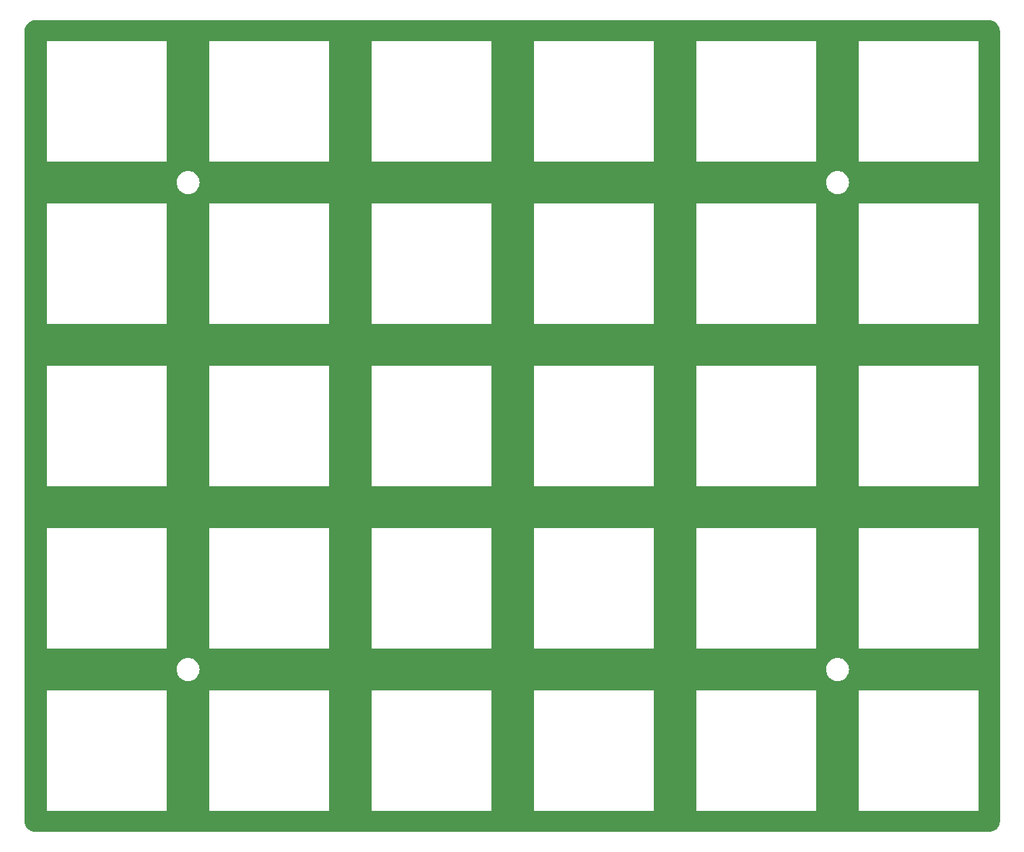
<source format=gbr>
%TF.GenerationSoftware,KiCad,Pcbnew,7.0.5*%
%TF.CreationDate,2024-09-25T00:21:03+08:00*%
%TF.ProjectId,TPS,5450532e-6b69-4636-9164-5f7063625858,rev?*%
%TF.SameCoordinates,Original*%
%TF.FileFunction,Copper,L2,Bot*%
%TF.FilePolarity,Positive*%
%FSLAX46Y46*%
G04 Gerber Fmt 4.6, Leading zero omitted, Abs format (unit mm)*
G04 Created by KiCad (PCBNEW 7.0.5) date 2024-09-25 00:21:03*
%MOMM*%
%LPD*%
G01*
G04 APERTURE LIST*
G04 APERTURE END LIST*
%TA.AperFunction,NonConductor*%
G36*
X201157426Y-29000691D02*
G01*
X201160040Y-29000896D01*
X201212011Y-29004986D01*
X201352579Y-29017285D01*
X201370698Y-29020236D01*
X201450242Y-29039333D01*
X201451699Y-29039702D01*
X201538318Y-29062912D01*
X201561714Y-29069181D01*
X201569400Y-29071790D01*
X201618484Y-29092120D01*
X201654737Y-29107136D01*
X201657156Y-29108201D01*
X201754970Y-29153813D01*
X201761140Y-29157128D01*
X201803965Y-29183371D01*
X201841767Y-29206537D01*
X201844927Y-29208608D01*
X201931606Y-29269302D01*
X201936285Y-29272924D01*
X202008840Y-29334892D01*
X202012389Y-29338173D01*
X202086824Y-29412608D01*
X202090109Y-29416162D01*
X202152070Y-29488708D01*
X202155707Y-29493406D01*
X202216385Y-29580064D01*
X202218461Y-29583231D01*
X202267863Y-29663845D01*
X202271193Y-29670043D01*
X202316780Y-29767804D01*
X202317870Y-29770281D01*
X202353208Y-29855598D01*
X202355817Y-29863284D01*
X202385277Y-29973226D01*
X202385676Y-29974800D01*
X202404760Y-30054290D01*
X202407714Y-30072430D01*
X202420014Y-30213024D01*
X202424309Y-30267572D01*
X202424500Y-30272440D01*
X202424500Y-122977559D01*
X202424309Y-122982427D01*
X202420014Y-123036974D01*
X202407714Y-123177568D01*
X202404760Y-123195708D01*
X202385676Y-123275198D01*
X202385277Y-123276772D01*
X202355817Y-123386714D01*
X202353208Y-123394400D01*
X202317870Y-123479717D01*
X202316780Y-123482194D01*
X202271193Y-123579955D01*
X202267863Y-123586153D01*
X202218461Y-123666767D01*
X202216385Y-123669934D01*
X202155707Y-123756592D01*
X202152062Y-123761300D01*
X202090118Y-123833827D01*
X202086812Y-123837403D01*
X202012403Y-123911812D01*
X202008827Y-123915118D01*
X201936300Y-123977062D01*
X201931592Y-123980707D01*
X201844934Y-124041385D01*
X201841767Y-124043461D01*
X201761153Y-124092863D01*
X201754955Y-124096193D01*
X201657194Y-124141780D01*
X201654717Y-124142870D01*
X201569400Y-124178208D01*
X201561714Y-124180817D01*
X201451772Y-124210277D01*
X201450198Y-124210676D01*
X201370708Y-124229760D01*
X201352568Y-124232714D01*
X201211974Y-124245014D01*
X201157427Y-124249309D01*
X201152559Y-124249500D01*
X89247441Y-124249500D01*
X89242573Y-124249309D01*
X89188024Y-124245014D01*
X89047430Y-124232714D01*
X89029290Y-124229760D01*
X88949800Y-124210676D01*
X88948226Y-124210277D01*
X88838284Y-124180817D01*
X88830598Y-124178208D01*
X88745281Y-124142870D01*
X88742804Y-124141780D01*
X88645043Y-124096193D01*
X88638845Y-124092863D01*
X88558231Y-124043461D01*
X88555064Y-124041385D01*
X88522182Y-124018361D01*
X88468399Y-123980702D01*
X88463708Y-123977070D01*
X88391162Y-123915109D01*
X88387608Y-123911824D01*
X88313173Y-123837389D01*
X88309892Y-123833840D01*
X88247924Y-123761285D01*
X88244302Y-123756606D01*
X88183608Y-123669927D01*
X88181537Y-123666767D01*
X88164182Y-123638448D01*
X88132128Y-123586140D01*
X88128813Y-123579970D01*
X88083201Y-123482156D01*
X88082136Y-123479737D01*
X88067120Y-123443484D01*
X88046790Y-123394400D01*
X88044181Y-123386714D01*
X88037912Y-123363318D01*
X88014702Y-123276699D01*
X88014333Y-123275242D01*
X87995236Y-123195698D01*
X87992285Y-123177579D01*
X87979984Y-123036974D01*
X87975691Y-122982426D01*
X87975500Y-122977560D01*
X87975500Y-121750889D01*
X90599416Y-121750889D01*
X90599459Y-121775001D01*
X90599544Y-121775206D01*
X90599616Y-121775382D01*
X90599618Y-121775384D01*
X90599808Y-121775462D01*
X90600000Y-121775541D01*
X90600002Y-121775539D01*
X90624616Y-121775524D01*
X90624616Y-121775528D01*
X90624760Y-121775500D01*
X104675240Y-121775500D01*
X104675383Y-121775528D01*
X104675384Y-121775524D01*
X104699997Y-121775539D01*
X104700000Y-121775541D01*
X104700383Y-121775383D01*
X104700500Y-121775099D01*
X104700541Y-121775000D01*
X104700540Y-121774997D01*
X104700583Y-121750889D01*
X109649416Y-121750889D01*
X109649459Y-121775001D01*
X109649544Y-121775206D01*
X109649616Y-121775382D01*
X109649618Y-121775384D01*
X109649808Y-121775462D01*
X109650000Y-121775541D01*
X109650002Y-121775539D01*
X109674616Y-121775524D01*
X109674616Y-121775528D01*
X109674760Y-121775500D01*
X123725240Y-121775500D01*
X123725383Y-121775528D01*
X123725384Y-121775524D01*
X123749997Y-121775539D01*
X123750000Y-121775541D01*
X123750383Y-121775383D01*
X123750500Y-121775099D01*
X123750541Y-121775000D01*
X123750540Y-121774997D01*
X123750583Y-121750889D01*
X128699416Y-121750889D01*
X128699459Y-121775001D01*
X128699544Y-121775206D01*
X128699616Y-121775382D01*
X128699618Y-121775384D01*
X128699808Y-121775462D01*
X128700000Y-121775541D01*
X128700002Y-121775539D01*
X128724616Y-121775524D01*
X128724616Y-121775528D01*
X128724760Y-121775500D01*
X142775240Y-121775500D01*
X142775383Y-121775528D01*
X142775384Y-121775524D01*
X142799997Y-121775539D01*
X142800000Y-121775541D01*
X142800383Y-121775383D01*
X142800500Y-121775099D01*
X142800541Y-121775000D01*
X142800540Y-121774997D01*
X142800583Y-121750889D01*
X147749416Y-121750889D01*
X147749459Y-121775001D01*
X147749544Y-121775206D01*
X147749616Y-121775382D01*
X147749618Y-121775384D01*
X147749808Y-121775462D01*
X147750000Y-121775541D01*
X147750002Y-121775539D01*
X147774616Y-121775524D01*
X147774616Y-121775528D01*
X147774760Y-121775500D01*
X161825240Y-121775500D01*
X161825383Y-121775528D01*
X161825384Y-121775524D01*
X161849997Y-121775539D01*
X161850000Y-121775541D01*
X161850383Y-121775383D01*
X161850500Y-121775099D01*
X161850541Y-121775000D01*
X161850540Y-121774997D01*
X161850583Y-121750889D01*
X166799416Y-121750889D01*
X166799459Y-121775001D01*
X166799544Y-121775206D01*
X166799616Y-121775382D01*
X166799618Y-121775384D01*
X166799808Y-121775462D01*
X166800000Y-121775541D01*
X166800002Y-121775539D01*
X166824616Y-121775524D01*
X166824616Y-121775528D01*
X166824760Y-121775500D01*
X180875240Y-121775500D01*
X180875383Y-121775528D01*
X180875384Y-121775524D01*
X180899997Y-121775539D01*
X180900000Y-121775541D01*
X180900383Y-121775383D01*
X180900500Y-121775099D01*
X180900541Y-121775000D01*
X180900540Y-121774997D01*
X180900583Y-121750889D01*
X185849416Y-121750889D01*
X185849459Y-121775001D01*
X185849544Y-121775206D01*
X185849616Y-121775382D01*
X185849618Y-121775384D01*
X185849808Y-121775462D01*
X185850000Y-121775541D01*
X185850002Y-121775539D01*
X185874616Y-121775524D01*
X185874616Y-121775528D01*
X185874760Y-121775500D01*
X199925240Y-121775500D01*
X199925383Y-121775528D01*
X199925384Y-121775524D01*
X199949997Y-121775539D01*
X199950000Y-121775541D01*
X199950383Y-121775383D01*
X199950500Y-121775099D01*
X199950541Y-121775000D01*
X199950540Y-121774997D01*
X199950583Y-121750889D01*
X199950500Y-121750467D01*
X199950500Y-107699759D01*
X199950528Y-107699616D01*
X199950524Y-107699616D01*
X199950539Y-107675002D01*
X199950541Y-107675000D01*
X199950462Y-107674808D01*
X199950384Y-107674618D01*
X199950383Y-107674617D01*
X199950381Y-107674616D01*
X199950090Y-107674496D01*
X199950001Y-107674459D01*
X199925446Y-107674459D01*
X199925240Y-107674500D01*
X185874760Y-107674500D01*
X185874554Y-107674459D01*
X185849998Y-107674459D01*
X185849909Y-107674496D01*
X185849619Y-107674615D01*
X185849615Y-107674618D01*
X185849459Y-107674999D01*
X185849476Y-107699616D01*
X185849471Y-107699616D01*
X185849500Y-107699759D01*
X185849499Y-121750467D01*
X185849416Y-121750889D01*
X180900583Y-121750889D01*
X180900500Y-121750467D01*
X180900500Y-107699759D01*
X180900528Y-107699616D01*
X180900524Y-107699616D01*
X180900539Y-107675002D01*
X180900541Y-107675000D01*
X180900462Y-107674808D01*
X180900384Y-107674618D01*
X180900383Y-107674617D01*
X180900381Y-107674616D01*
X180900090Y-107674496D01*
X180900001Y-107674459D01*
X180875446Y-107674459D01*
X180875240Y-107674500D01*
X166824760Y-107674500D01*
X166824554Y-107674459D01*
X166799998Y-107674459D01*
X166799909Y-107674496D01*
X166799619Y-107674615D01*
X166799615Y-107674618D01*
X166799459Y-107674999D01*
X166799476Y-107699616D01*
X166799471Y-107699616D01*
X166799500Y-107699759D01*
X166799500Y-121750467D01*
X166799416Y-121750889D01*
X161850583Y-121750889D01*
X161850500Y-121750467D01*
X161850500Y-107699759D01*
X161850528Y-107699616D01*
X161850524Y-107699616D01*
X161850539Y-107675002D01*
X161850541Y-107675000D01*
X161850462Y-107674808D01*
X161850384Y-107674618D01*
X161850383Y-107674617D01*
X161850381Y-107674616D01*
X161850090Y-107674496D01*
X161850001Y-107674459D01*
X161825446Y-107674459D01*
X161825240Y-107674500D01*
X147774760Y-107674500D01*
X147774554Y-107674459D01*
X147749998Y-107674459D01*
X147749909Y-107674496D01*
X147749619Y-107674615D01*
X147749615Y-107674618D01*
X147749459Y-107674999D01*
X147749476Y-107699616D01*
X147749471Y-107699616D01*
X147749500Y-107699759D01*
X147749500Y-121750467D01*
X147749416Y-121750889D01*
X142800583Y-121750889D01*
X142800500Y-121750467D01*
X142800500Y-107699759D01*
X142800528Y-107699616D01*
X142800524Y-107699616D01*
X142800539Y-107675002D01*
X142800541Y-107675000D01*
X142800462Y-107674808D01*
X142800384Y-107674618D01*
X142800383Y-107674617D01*
X142800381Y-107674616D01*
X142800090Y-107674496D01*
X142800001Y-107674459D01*
X142775446Y-107674459D01*
X142775240Y-107674500D01*
X128724760Y-107674500D01*
X128724554Y-107674459D01*
X128699998Y-107674459D01*
X128699909Y-107674496D01*
X128699619Y-107674615D01*
X128699615Y-107674618D01*
X128699459Y-107674999D01*
X128699476Y-107699616D01*
X128699471Y-107699616D01*
X128699500Y-107699759D01*
X128699500Y-121750467D01*
X128699416Y-121750889D01*
X123750583Y-121750889D01*
X123750500Y-121750467D01*
X123750500Y-107699759D01*
X123750528Y-107699616D01*
X123750524Y-107699616D01*
X123750539Y-107675002D01*
X123750541Y-107675000D01*
X123750462Y-107674808D01*
X123750384Y-107674618D01*
X123750383Y-107674617D01*
X123750381Y-107674616D01*
X123750090Y-107674496D01*
X123750001Y-107674459D01*
X123725446Y-107674459D01*
X123725240Y-107674500D01*
X109674760Y-107674500D01*
X109674554Y-107674459D01*
X109649998Y-107674459D01*
X109649909Y-107674496D01*
X109649619Y-107674615D01*
X109649615Y-107674618D01*
X109649459Y-107674999D01*
X109649476Y-107699616D01*
X109649471Y-107699616D01*
X109649500Y-107699759D01*
X109649500Y-121750467D01*
X109649416Y-121750889D01*
X104700583Y-121750889D01*
X104700500Y-121750467D01*
X104700500Y-107699759D01*
X104700528Y-107699616D01*
X104700524Y-107699616D01*
X104700539Y-107675002D01*
X104700541Y-107675000D01*
X104700462Y-107674808D01*
X104700384Y-107674618D01*
X104700383Y-107674617D01*
X104700381Y-107674616D01*
X104700090Y-107674496D01*
X104700001Y-107674459D01*
X104675446Y-107674459D01*
X104675240Y-107674500D01*
X90624760Y-107674500D01*
X90624554Y-107674459D01*
X90599998Y-107674459D01*
X90599909Y-107674496D01*
X90599619Y-107674615D01*
X90599615Y-107674618D01*
X90599459Y-107674999D01*
X90599476Y-107699616D01*
X90599471Y-107699616D01*
X90599500Y-107699759D01*
X90599500Y-121750467D01*
X90599416Y-121750889D01*
X87975500Y-121750889D01*
X87975500Y-105200000D01*
X105819341Y-105200000D01*
X105839936Y-105435403D01*
X105839938Y-105435413D01*
X105901094Y-105663655D01*
X105901096Y-105663659D01*
X105901097Y-105663663D01*
X105951030Y-105770745D01*
X106000964Y-105877828D01*
X106000965Y-105877830D01*
X106136505Y-106071402D01*
X106303597Y-106238494D01*
X106497169Y-106374034D01*
X106497171Y-106374035D01*
X106711337Y-106473903D01*
X106939592Y-106535063D01*
X107116032Y-106550499D01*
X107116033Y-106550500D01*
X107116034Y-106550500D01*
X107233967Y-106550500D01*
X107233967Y-106550499D01*
X107410408Y-106535063D01*
X107638663Y-106473903D01*
X107852829Y-106374035D01*
X108046401Y-106238495D01*
X108213495Y-106071401D01*
X108349035Y-105877830D01*
X108448903Y-105663663D01*
X108510063Y-105435408D01*
X108530659Y-105200000D01*
X182019341Y-105200000D01*
X182039936Y-105435403D01*
X182039938Y-105435413D01*
X182101094Y-105663655D01*
X182101096Y-105663659D01*
X182101097Y-105663663D01*
X182151031Y-105770746D01*
X182200964Y-105877828D01*
X182200965Y-105877830D01*
X182336505Y-106071402D01*
X182503597Y-106238494D01*
X182697169Y-106374034D01*
X182697171Y-106374035D01*
X182911337Y-106473903D01*
X183139592Y-106535063D01*
X183316032Y-106550499D01*
X183316033Y-106550500D01*
X183316034Y-106550500D01*
X183433967Y-106550500D01*
X183433967Y-106550499D01*
X183610408Y-106535063D01*
X183838663Y-106473903D01*
X184052829Y-106374035D01*
X184246401Y-106238495D01*
X184413495Y-106071401D01*
X184549035Y-105877830D01*
X184648903Y-105663663D01*
X184710063Y-105435408D01*
X184730659Y-105200000D01*
X184710063Y-104964592D01*
X184648903Y-104736337D01*
X184549035Y-104522171D01*
X184549034Y-104522169D01*
X184413494Y-104328597D01*
X184246402Y-104161505D01*
X184052830Y-104025965D01*
X184052828Y-104025964D01*
X183945745Y-103976030D01*
X183838663Y-103926097D01*
X183838659Y-103926096D01*
X183838655Y-103926094D01*
X183610413Y-103864938D01*
X183610403Y-103864936D01*
X183433967Y-103849500D01*
X183433966Y-103849500D01*
X183316034Y-103849500D01*
X183316033Y-103849500D01*
X183139596Y-103864936D01*
X183139586Y-103864938D01*
X182911344Y-103926094D01*
X182911335Y-103926098D01*
X182697171Y-104025964D01*
X182697169Y-104025965D01*
X182503597Y-104161505D01*
X182336506Y-104328597D01*
X182336501Y-104328604D01*
X182200967Y-104522165D01*
X182200965Y-104522169D01*
X182101098Y-104736335D01*
X182101094Y-104736344D01*
X182039938Y-104964586D01*
X182039936Y-104964596D01*
X182019341Y-105199999D01*
X182019341Y-105200000D01*
X108530659Y-105200000D01*
X108510063Y-104964592D01*
X108448903Y-104736337D01*
X108349035Y-104522171D01*
X108349034Y-104522169D01*
X108213494Y-104328597D01*
X108046402Y-104161505D01*
X107852830Y-104025965D01*
X107852828Y-104025964D01*
X107745746Y-103976030D01*
X107638663Y-103926097D01*
X107638659Y-103926096D01*
X107638655Y-103926094D01*
X107410413Y-103864938D01*
X107410403Y-103864936D01*
X107233967Y-103849500D01*
X107233966Y-103849500D01*
X107116034Y-103849500D01*
X107116033Y-103849500D01*
X106939596Y-103864936D01*
X106939586Y-103864938D01*
X106711344Y-103926094D01*
X106711335Y-103926098D01*
X106497171Y-104025964D01*
X106497169Y-104025965D01*
X106303597Y-104161505D01*
X106136506Y-104328597D01*
X106136501Y-104328604D01*
X106000967Y-104522165D01*
X106000965Y-104522169D01*
X105901098Y-104736335D01*
X105901094Y-104736344D01*
X105839938Y-104964586D01*
X105839936Y-104964596D01*
X105819341Y-105199999D01*
X105819341Y-105200000D01*
X87975500Y-105200000D01*
X87975500Y-102700889D01*
X90599416Y-102700889D01*
X90599459Y-102725001D01*
X90599544Y-102725206D01*
X90599616Y-102725382D01*
X90599618Y-102725384D01*
X90599808Y-102725462D01*
X90600000Y-102725541D01*
X90600002Y-102725539D01*
X90624616Y-102725524D01*
X90624616Y-102725528D01*
X90624760Y-102725500D01*
X104675240Y-102725500D01*
X104675383Y-102725528D01*
X104675384Y-102725524D01*
X104699997Y-102725539D01*
X104700000Y-102725541D01*
X104700383Y-102725383D01*
X104700500Y-102725099D01*
X104700541Y-102725000D01*
X104700540Y-102724997D01*
X104700583Y-102700889D01*
X109649416Y-102700889D01*
X109649459Y-102725001D01*
X109649544Y-102725206D01*
X109649616Y-102725382D01*
X109649618Y-102725384D01*
X109649808Y-102725462D01*
X109650000Y-102725541D01*
X109650002Y-102725539D01*
X109674616Y-102725524D01*
X109674616Y-102725528D01*
X109674760Y-102725500D01*
X123725240Y-102725500D01*
X123725383Y-102725528D01*
X123725384Y-102725524D01*
X123749997Y-102725539D01*
X123750000Y-102725541D01*
X123750383Y-102725383D01*
X123750500Y-102725099D01*
X123750541Y-102725000D01*
X123750540Y-102724997D01*
X123750583Y-102700889D01*
X128699416Y-102700889D01*
X128699459Y-102725001D01*
X128699544Y-102725206D01*
X128699616Y-102725382D01*
X128699618Y-102725384D01*
X128699808Y-102725462D01*
X128700000Y-102725541D01*
X128700002Y-102725539D01*
X128724616Y-102725524D01*
X128724616Y-102725528D01*
X128724760Y-102725500D01*
X142775240Y-102725500D01*
X142775383Y-102725528D01*
X142775384Y-102725524D01*
X142799997Y-102725539D01*
X142800000Y-102725541D01*
X142800383Y-102725383D01*
X142800500Y-102725099D01*
X142800541Y-102725000D01*
X142800540Y-102724997D01*
X142800583Y-102700889D01*
X147749416Y-102700889D01*
X147749459Y-102725001D01*
X147749544Y-102725206D01*
X147749616Y-102725382D01*
X147749618Y-102725384D01*
X147749808Y-102725462D01*
X147750000Y-102725541D01*
X147750002Y-102725539D01*
X147774616Y-102725524D01*
X147774616Y-102725528D01*
X147774760Y-102725500D01*
X161825240Y-102725500D01*
X161825383Y-102725528D01*
X161825384Y-102725524D01*
X161849997Y-102725539D01*
X161850000Y-102725541D01*
X161850383Y-102725383D01*
X161850500Y-102725099D01*
X161850541Y-102725000D01*
X161850540Y-102724997D01*
X161850583Y-102700889D01*
X166799416Y-102700889D01*
X166799459Y-102725001D01*
X166799544Y-102725206D01*
X166799616Y-102725382D01*
X166799618Y-102725384D01*
X166799808Y-102725462D01*
X166800000Y-102725541D01*
X166800002Y-102725539D01*
X166824616Y-102725524D01*
X166824616Y-102725528D01*
X166824760Y-102725500D01*
X180875240Y-102725500D01*
X180875383Y-102725528D01*
X180875384Y-102725524D01*
X180899997Y-102725539D01*
X180900000Y-102725541D01*
X180900383Y-102725383D01*
X180900500Y-102725099D01*
X180900541Y-102725000D01*
X180900540Y-102724997D01*
X180900583Y-102700889D01*
X185849416Y-102700889D01*
X185849459Y-102725001D01*
X185849544Y-102725206D01*
X185849616Y-102725382D01*
X185849618Y-102725384D01*
X185849808Y-102725462D01*
X185850000Y-102725541D01*
X185850002Y-102725539D01*
X185874616Y-102725524D01*
X185874616Y-102725528D01*
X185874760Y-102725500D01*
X199925240Y-102725500D01*
X199925383Y-102725528D01*
X199925384Y-102725524D01*
X199949997Y-102725539D01*
X199950000Y-102725541D01*
X199950383Y-102725383D01*
X199950500Y-102725099D01*
X199950541Y-102725000D01*
X199950540Y-102724997D01*
X199950583Y-102700889D01*
X199950500Y-102700467D01*
X199950500Y-88649759D01*
X199950528Y-88649616D01*
X199950524Y-88649616D01*
X199950539Y-88625002D01*
X199950541Y-88625000D01*
X199950462Y-88624808D01*
X199950384Y-88624618D01*
X199950383Y-88624617D01*
X199950381Y-88624616D01*
X199950090Y-88624496D01*
X199950001Y-88624459D01*
X199925446Y-88624459D01*
X199925240Y-88624500D01*
X185874760Y-88624500D01*
X185874554Y-88624459D01*
X185849998Y-88624459D01*
X185849909Y-88624496D01*
X185849619Y-88624615D01*
X185849615Y-88624618D01*
X185849459Y-88624999D01*
X185849476Y-88649616D01*
X185849471Y-88649616D01*
X185849500Y-88649759D01*
X185849499Y-102700467D01*
X185849416Y-102700889D01*
X180900583Y-102700889D01*
X180900500Y-102700467D01*
X180900500Y-88649759D01*
X180900528Y-88649616D01*
X180900524Y-88649616D01*
X180900539Y-88625002D01*
X180900541Y-88625000D01*
X180900462Y-88624808D01*
X180900384Y-88624618D01*
X180900383Y-88624617D01*
X180900381Y-88624616D01*
X180900090Y-88624496D01*
X180900001Y-88624459D01*
X180875446Y-88624459D01*
X180875240Y-88624500D01*
X166824760Y-88624500D01*
X166824554Y-88624459D01*
X166799998Y-88624459D01*
X166799909Y-88624496D01*
X166799619Y-88624615D01*
X166799615Y-88624618D01*
X166799459Y-88624999D01*
X166799476Y-88649616D01*
X166799471Y-88649616D01*
X166799500Y-88649759D01*
X166799500Y-102700467D01*
X166799416Y-102700889D01*
X161850583Y-102700889D01*
X161850500Y-102700467D01*
X161850500Y-88649759D01*
X161850528Y-88649616D01*
X161850524Y-88649616D01*
X161850539Y-88625002D01*
X161850541Y-88625000D01*
X161850462Y-88624808D01*
X161850384Y-88624618D01*
X161850383Y-88624617D01*
X161850381Y-88624616D01*
X161850090Y-88624496D01*
X161850001Y-88624459D01*
X161825446Y-88624459D01*
X161825240Y-88624500D01*
X147774760Y-88624500D01*
X147774554Y-88624459D01*
X147749998Y-88624459D01*
X147749909Y-88624496D01*
X147749619Y-88624615D01*
X147749615Y-88624618D01*
X147749459Y-88624999D01*
X147749476Y-88649616D01*
X147749471Y-88649616D01*
X147749500Y-88649759D01*
X147749500Y-102700467D01*
X147749416Y-102700889D01*
X142800583Y-102700889D01*
X142800500Y-102700467D01*
X142800500Y-88649759D01*
X142800528Y-88649616D01*
X142800524Y-88649616D01*
X142800539Y-88625002D01*
X142800541Y-88625000D01*
X142800462Y-88624808D01*
X142800384Y-88624618D01*
X142800383Y-88624617D01*
X142800381Y-88624616D01*
X142800090Y-88624496D01*
X142800001Y-88624459D01*
X142775446Y-88624459D01*
X142775240Y-88624500D01*
X128724760Y-88624500D01*
X128724554Y-88624459D01*
X128699998Y-88624459D01*
X128699909Y-88624496D01*
X128699619Y-88624615D01*
X128699615Y-88624618D01*
X128699459Y-88624999D01*
X128699476Y-88649616D01*
X128699471Y-88649616D01*
X128699500Y-88649759D01*
X128699500Y-102700467D01*
X128699416Y-102700889D01*
X123750583Y-102700889D01*
X123750500Y-102700467D01*
X123750500Y-88649759D01*
X123750528Y-88649616D01*
X123750524Y-88649616D01*
X123750539Y-88625002D01*
X123750541Y-88625000D01*
X123750462Y-88624808D01*
X123750384Y-88624618D01*
X123750383Y-88624617D01*
X123750381Y-88624616D01*
X123750090Y-88624496D01*
X123750001Y-88624459D01*
X123725446Y-88624459D01*
X123725240Y-88624500D01*
X109674760Y-88624500D01*
X109674554Y-88624459D01*
X109649998Y-88624459D01*
X109649909Y-88624496D01*
X109649619Y-88624615D01*
X109649615Y-88624618D01*
X109649459Y-88624999D01*
X109649476Y-88649616D01*
X109649471Y-88649616D01*
X109649500Y-88649759D01*
X109649500Y-102700467D01*
X109649416Y-102700889D01*
X104700583Y-102700889D01*
X104700500Y-102700467D01*
X104700500Y-88649759D01*
X104700528Y-88649616D01*
X104700524Y-88649616D01*
X104700539Y-88625002D01*
X104700541Y-88625000D01*
X104700462Y-88624808D01*
X104700384Y-88624618D01*
X104700383Y-88624617D01*
X104700381Y-88624616D01*
X104700090Y-88624496D01*
X104700001Y-88624459D01*
X104675446Y-88624459D01*
X104675240Y-88624500D01*
X90624760Y-88624500D01*
X90624554Y-88624459D01*
X90599998Y-88624459D01*
X90599909Y-88624496D01*
X90599619Y-88624615D01*
X90599615Y-88624618D01*
X90599459Y-88624999D01*
X90599476Y-88649616D01*
X90599471Y-88649616D01*
X90599500Y-88649759D01*
X90599500Y-102700467D01*
X90599416Y-102700889D01*
X87975500Y-102700889D01*
X87975500Y-83650889D01*
X90599416Y-83650889D01*
X90599459Y-83675001D01*
X90599544Y-83675206D01*
X90599616Y-83675382D01*
X90599618Y-83675384D01*
X90599808Y-83675462D01*
X90600000Y-83675541D01*
X90600002Y-83675539D01*
X90624616Y-83675524D01*
X90624616Y-83675528D01*
X90624760Y-83675500D01*
X104675240Y-83675500D01*
X104675383Y-83675528D01*
X104675384Y-83675524D01*
X104699997Y-83675539D01*
X104700000Y-83675541D01*
X104700383Y-83675383D01*
X104700500Y-83675099D01*
X104700541Y-83675000D01*
X104700540Y-83674997D01*
X104700583Y-83650889D01*
X109649416Y-83650889D01*
X109649459Y-83675001D01*
X109649544Y-83675206D01*
X109649616Y-83675382D01*
X109649618Y-83675384D01*
X109649808Y-83675462D01*
X109650000Y-83675541D01*
X109650002Y-83675539D01*
X109674616Y-83675524D01*
X109674616Y-83675528D01*
X109674760Y-83675500D01*
X123725240Y-83675500D01*
X123725383Y-83675528D01*
X123725384Y-83675524D01*
X123749997Y-83675539D01*
X123750000Y-83675541D01*
X123750383Y-83675383D01*
X123750500Y-83675099D01*
X123750541Y-83675000D01*
X123750540Y-83674997D01*
X123750583Y-83650889D01*
X128699416Y-83650889D01*
X128699459Y-83675001D01*
X128699544Y-83675206D01*
X128699616Y-83675382D01*
X128699618Y-83675384D01*
X128699808Y-83675462D01*
X128700000Y-83675541D01*
X128700002Y-83675539D01*
X128724616Y-83675524D01*
X128724616Y-83675528D01*
X128724760Y-83675500D01*
X142775240Y-83675500D01*
X142775383Y-83675528D01*
X142775384Y-83675524D01*
X142799997Y-83675539D01*
X142800000Y-83675541D01*
X142800383Y-83675383D01*
X142800500Y-83675099D01*
X142800541Y-83675000D01*
X142800540Y-83674997D01*
X142800583Y-83650889D01*
X147749416Y-83650889D01*
X147749459Y-83675001D01*
X147749544Y-83675206D01*
X147749616Y-83675382D01*
X147749618Y-83675384D01*
X147749808Y-83675462D01*
X147750000Y-83675541D01*
X147750002Y-83675539D01*
X147774616Y-83675524D01*
X147774616Y-83675528D01*
X147774760Y-83675500D01*
X161825240Y-83675500D01*
X161825383Y-83675528D01*
X161825384Y-83675524D01*
X161849997Y-83675539D01*
X161850000Y-83675541D01*
X161850383Y-83675383D01*
X161850500Y-83675099D01*
X161850541Y-83675000D01*
X161850540Y-83674997D01*
X161850583Y-83650889D01*
X166799416Y-83650889D01*
X166799459Y-83675001D01*
X166799544Y-83675206D01*
X166799616Y-83675382D01*
X166799618Y-83675384D01*
X166799808Y-83675462D01*
X166800000Y-83675541D01*
X166800002Y-83675539D01*
X166824616Y-83675524D01*
X166824616Y-83675528D01*
X166824760Y-83675500D01*
X180875240Y-83675500D01*
X180875383Y-83675528D01*
X180875384Y-83675524D01*
X180899997Y-83675539D01*
X180900000Y-83675541D01*
X180900383Y-83675383D01*
X180900500Y-83675099D01*
X180900541Y-83675000D01*
X180900540Y-83674997D01*
X180900583Y-83650889D01*
X185849416Y-83650889D01*
X185849459Y-83675001D01*
X185849544Y-83675206D01*
X185849616Y-83675382D01*
X185849618Y-83675384D01*
X185849808Y-83675462D01*
X185850000Y-83675541D01*
X185850002Y-83675539D01*
X185874616Y-83675524D01*
X185874616Y-83675528D01*
X185874760Y-83675500D01*
X199925240Y-83675500D01*
X199925383Y-83675528D01*
X199925384Y-83675524D01*
X199949997Y-83675539D01*
X199950000Y-83675541D01*
X199950383Y-83675383D01*
X199950500Y-83675099D01*
X199950541Y-83675000D01*
X199950540Y-83674997D01*
X199950583Y-83650889D01*
X199950500Y-83650467D01*
X199950500Y-69599759D01*
X199950528Y-69599616D01*
X199950524Y-69599616D01*
X199950539Y-69575002D01*
X199950541Y-69575000D01*
X199950462Y-69574808D01*
X199950384Y-69574618D01*
X199950383Y-69574617D01*
X199950381Y-69574616D01*
X199950090Y-69574496D01*
X199950001Y-69574459D01*
X199925446Y-69574459D01*
X199925240Y-69574500D01*
X185874760Y-69574500D01*
X185874554Y-69574459D01*
X185849998Y-69574459D01*
X185849909Y-69574496D01*
X185849619Y-69574615D01*
X185849615Y-69574618D01*
X185849459Y-69574999D01*
X185849476Y-69599616D01*
X185849471Y-69599616D01*
X185849500Y-69599759D01*
X185849499Y-83650467D01*
X185849416Y-83650889D01*
X180900583Y-83650889D01*
X180900500Y-83650467D01*
X180900500Y-69599759D01*
X180900528Y-69599616D01*
X180900524Y-69599616D01*
X180900539Y-69575002D01*
X180900541Y-69575000D01*
X180900462Y-69574808D01*
X180900384Y-69574618D01*
X180900383Y-69574617D01*
X180900381Y-69574616D01*
X180900090Y-69574496D01*
X180900001Y-69574459D01*
X180875446Y-69574459D01*
X180875240Y-69574500D01*
X166824760Y-69574500D01*
X166824554Y-69574459D01*
X166799998Y-69574459D01*
X166799909Y-69574496D01*
X166799619Y-69574615D01*
X166799615Y-69574618D01*
X166799459Y-69574999D01*
X166799476Y-69599616D01*
X166799471Y-69599616D01*
X166799500Y-69599759D01*
X166799500Y-83650467D01*
X166799416Y-83650889D01*
X161850583Y-83650889D01*
X161850500Y-83650467D01*
X161850500Y-69599759D01*
X161850528Y-69599616D01*
X161850524Y-69599616D01*
X161850539Y-69575002D01*
X161850541Y-69575000D01*
X161850462Y-69574808D01*
X161850384Y-69574618D01*
X161850383Y-69574617D01*
X161850381Y-69574616D01*
X161850090Y-69574496D01*
X161850001Y-69574459D01*
X161825446Y-69574459D01*
X161825240Y-69574500D01*
X147774760Y-69574500D01*
X147774554Y-69574459D01*
X147749998Y-69574459D01*
X147749909Y-69574496D01*
X147749619Y-69574615D01*
X147749615Y-69574618D01*
X147749459Y-69574999D01*
X147749476Y-69599616D01*
X147749471Y-69599616D01*
X147749500Y-69599759D01*
X147749500Y-83650467D01*
X147749416Y-83650889D01*
X142800583Y-83650889D01*
X142800500Y-83650467D01*
X142800500Y-69599759D01*
X142800528Y-69599616D01*
X142800524Y-69599616D01*
X142800539Y-69575002D01*
X142800541Y-69575000D01*
X142800462Y-69574808D01*
X142800384Y-69574618D01*
X142800383Y-69574617D01*
X142800381Y-69574616D01*
X142800090Y-69574496D01*
X142800001Y-69574459D01*
X142775446Y-69574459D01*
X142775240Y-69574500D01*
X128724760Y-69574500D01*
X128724554Y-69574459D01*
X128699998Y-69574459D01*
X128699909Y-69574496D01*
X128699619Y-69574615D01*
X128699615Y-69574618D01*
X128699459Y-69574999D01*
X128699476Y-69599616D01*
X128699471Y-69599616D01*
X128699500Y-69599759D01*
X128699500Y-83650467D01*
X128699416Y-83650889D01*
X123750583Y-83650889D01*
X123750500Y-83650467D01*
X123750500Y-69599759D01*
X123750528Y-69599616D01*
X123750524Y-69599616D01*
X123750539Y-69575002D01*
X123750541Y-69575000D01*
X123750462Y-69574808D01*
X123750384Y-69574618D01*
X123750383Y-69574617D01*
X123750381Y-69574616D01*
X123750090Y-69574496D01*
X123750001Y-69574459D01*
X123725446Y-69574459D01*
X123725240Y-69574500D01*
X109674760Y-69574500D01*
X109674554Y-69574459D01*
X109649998Y-69574459D01*
X109649909Y-69574496D01*
X109649619Y-69574615D01*
X109649615Y-69574618D01*
X109649459Y-69574999D01*
X109649476Y-69599616D01*
X109649471Y-69599616D01*
X109649500Y-69599759D01*
X109649500Y-83650467D01*
X109649416Y-83650889D01*
X104700583Y-83650889D01*
X104700500Y-83650467D01*
X104700500Y-69599759D01*
X104700528Y-69599616D01*
X104700524Y-69599616D01*
X104700539Y-69575002D01*
X104700541Y-69575000D01*
X104700462Y-69574808D01*
X104700384Y-69574618D01*
X104700383Y-69574617D01*
X104700381Y-69574616D01*
X104700090Y-69574496D01*
X104700001Y-69574459D01*
X104675446Y-69574459D01*
X104675240Y-69574500D01*
X90624760Y-69574500D01*
X90624554Y-69574459D01*
X90599998Y-69574459D01*
X90599909Y-69574496D01*
X90599619Y-69574615D01*
X90599615Y-69574618D01*
X90599459Y-69574999D01*
X90599476Y-69599616D01*
X90599471Y-69599616D01*
X90599500Y-69599759D01*
X90599500Y-83650467D01*
X90599416Y-83650889D01*
X87975500Y-83650889D01*
X87975500Y-64600889D01*
X90599416Y-64600889D01*
X90599459Y-64625001D01*
X90599544Y-64625206D01*
X90599616Y-64625382D01*
X90599618Y-64625384D01*
X90599808Y-64625462D01*
X90600000Y-64625541D01*
X90600002Y-64625539D01*
X90624616Y-64625524D01*
X90624616Y-64625528D01*
X90624760Y-64625500D01*
X104675240Y-64625500D01*
X104675383Y-64625528D01*
X104675384Y-64625524D01*
X104699997Y-64625539D01*
X104700000Y-64625541D01*
X104700383Y-64625383D01*
X104700500Y-64625099D01*
X104700541Y-64625000D01*
X104700540Y-64624997D01*
X104700583Y-64600889D01*
X109649416Y-64600889D01*
X109649459Y-64625001D01*
X109649544Y-64625206D01*
X109649616Y-64625382D01*
X109649618Y-64625384D01*
X109649808Y-64625462D01*
X109650000Y-64625541D01*
X109650002Y-64625539D01*
X109674616Y-64625524D01*
X109674616Y-64625528D01*
X109674760Y-64625500D01*
X123725240Y-64625500D01*
X123725383Y-64625528D01*
X123725384Y-64625524D01*
X123749997Y-64625539D01*
X123750000Y-64625541D01*
X123750383Y-64625383D01*
X123750500Y-64625099D01*
X123750541Y-64625000D01*
X123750540Y-64624997D01*
X123750583Y-64600889D01*
X128699416Y-64600889D01*
X128699459Y-64625001D01*
X128699544Y-64625206D01*
X128699616Y-64625382D01*
X128699618Y-64625384D01*
X128699808Y-64625462D01*
X128700000Y-64625541D01*
X128700002Y-64625539D01*
X128724616Y-64625524D01*
X128724616Y-64625528D01*
X128724760Y-64625500D01*
X142775240Y-64625500D01*
X142775383Y-64625528D01*
X142775384Y-64625524D01*
X142799997Y-64625539D01*
X142800000Y-64625541D01*
X142800383Y-64625383D01*
X142800500Y-64625099D01*
X142800541Y-64625000D01*
X142800540Y-64624997D01*
X142800583Y-64600889D01*
X147749416Y-64600889D01*
X147749459Y-64625001D01*
X147749544Y-64625206D01*
X147749616Y-64625382D01*
X147749618Y-64625384D01*
X147749808Y-64625462D01*
X147750000Y-64625541D01*
X147750002Y-64625539D01*
X147774616Y-64625524D01*
X147774616Y-64625528D01*
X147774760Y-64625500D01*
X161825240Y-64625500D01*
X161825383Y-64625528D01*
X161825384Y-64625524D01*
X161849997Y-64625539D01*
X161850000Y-64625541D01*
X161850383Y-64625383D01*
X161850500Y-64625099D01*
X161850541Y-64625000D01*
X161850540Y-64624997D01*
X161850583Y-64600889D01*
X166799416Y-64600889D01*
X166799459Y-64625001D01*
X166799544Y-64625206D01*
X166799616Y-64625382D01*
X166799618Y-64625384D01*
X166799808Y-64625462D01*
X166800000Y-64625541D01*
X166800002Y-64625539D01*
X166824616Y-64625524D01*
X166824616Y-64625528D01*
X166824760Y-64625500D01*
X180875240Y-64625500D01*
X180875383Y-64625528D01*
X180875384Y-64625524D01*
X180899997Y-64625539D01*
X180900000Y-64625541D01*
X180900383Y-64625383D01*
X180900500Y-64625099D01*
X180900541Y-64625000D01*
X180900540Y-64624997D01*
X180900583Y-64600889D01*
X185849416Y-64600889D01*
X185849459Y-64625001D01*
X185849544Y-64625206D01*
X185849616Y-64625382D01*
X185849618Y-64625384D01*
X185849808Y-64625462D01*
X185850000Y-64625541D01*
X185850002Y-64625539D01*
X185874616Y-64625524D01*
X185874616Y-64625528D01*
X185874760Y-64625500D01*
X199925240Y-64625500D01*
X199925383Y-64625528D01*
X199925384Y-64625524D01*
X199949997Y-64625539D01*
X199950000Y-64625541D01*
X199950383Y-64625383D01*
X199950500Y-64625099D01*
X199950541Y-64625000D01*
X199950540Y-64624997D01*
X199950583Y-64600889D01*
X199950500Y-64600467D01*
X199950500Y-50549759D01*
X199950528Y-50549616D01*
X199950524Y-50549616D01*
X199950539Y-50525002D01*
X199950541Y-50525000D01*
X199950462Y-50524808D01*
X199950384Y-50524618D01*
X199950383Y-50524617D01*
X199950381Y-50524616D01*
X199950090Y-50524496D01*
X199950001Y-50524459D01*
X199925446Y-50524459D01*
X199925240Y-50524500D01*
X185874760Y-50524500D01*
X185874554Y-50524459D01*
X185849998Y-50524459D01*
X185849909Y-50524496D01*
X185849619Y-50524615D01*
X185849615Y-50524618D01*
X185849459Y-50524999D01*
X185849476Y-50549616D01*
X185849471Y-50549616D01*
X185849500Y-50549759D01*
X185849499Y-64600467D01*
X185849416Y-64600889D01*
X180900583Y-64600889D01*
X180900500Y-64600467D01*
X180900500Y-50549759D01*
X180900528Y-50549616D01*
X180900524Y-50549616D01*
X180900539Y-50525002D01*
X180900541Y-50525000D01*
X180900462Y-50524808D01*
X180900384Y-50524618D01*
X180900383Y-50524617D01*
X180900381Y-50524616D01*
X180900090Y-50524496D01*
X180900001Y-50524459D01*
X180875446Y-50524459D01*
X180875240Y-50524500D01*
X166824760Y-50524500D01*
X166824554Y-50524459D01*
X166799998Y-50524459D01*
X166799909Y-50524496D01*
X166799619Y-50524615D01*
X166799615Y-50524618D01*
X166799459Y-50524999D01*
X166799476Y-50549616D01*
X166799471Y-50549616D01*
X166799500Y-50549759D01*
X166799500Y-64600467D01*
X166799416Y-64600889D01*
X161850583Y-64600889D01*
X161850500Y-64600467D01*
X161850500Y-50549759D01*
X161850528Y-50549616D01*
X161850524Y-50549616D01*
X161850539Y-50525002D01*
X161850541Y-50525000D01*
X161850462Y-50524808D01*
X161850384Y-50524618D01*
X161850383Y-50524617D01*
X161850381Y-50524616D01*
X161850090Y-50524496D01*
X161850001Y-50524459D01*
X161825446Y-50524459D01*
X161825240Y-50524500D01*
X147774760Y-50524500D01*
X147774554Y-50524459D01*
X147749998Y-50524459D01*
X147749909Y-50524496D01*
X147749619Y-50524615D01*
X147749615Y-50524618D01*
X147749459Y-50524999D01*
X147749476Y-50549616D01*
X147749471Y-50549616D01*
X147749500Y-50549759D01*
X147749500Y-64600467D01*
X147749416Y-64600889D01*
X142800583Y-64600889D01*
X142800500Y-64600467D01*
X142800500Y-50549759D01*
X142800528Y-50549616D01*
X142800524Y-50549616D01*
X142800539Y-50525002D01*
X142800541Y-50525000D01*
X142800462Y-50524808D01*
X142800384Y-50524618D01*
X142800383Y-50524617D01*
X142800381Y-50524616D01*
X142800090Y-50524496D01*
X142800001Y-50524459D01*
X142775446Y-50524459D01*
X142775240Y-50524500D01*
X128724760Y-50524500D01*
X128724554Y-50524459D01*
X128699998Y-50524459D01*
X128699909Y-50524496D01*
X128699619Y-50524615D01*
X128699615Y-50524618D01*
X128699459Y-50524999D01*
X128699476Y-50549616D01*
X128699471Y-50549616D01*
X128699500Y-50549759D01*
X128699500Y-64600467D01*
X128699416Y-64600889D01*
X123750583Y-64600889D01*
X123750500Y-64600467D01*
X123750500Y-50549759D01*
X123750528Y-50549616D01*
X123750524Y-50549616D01*
X123750539Y-50525002D01*
X123750541Y-50525000D01*
X123750462Y-50524808D01*
X123750384Y-50524618D01*
X123750383Y-50524617D01*
X123750381Y-50524616D01*
X123750090Y-50524496D01*
X123750001Y-50524459D01*
X123725446Y-50524459D01*
X123725240Y-50524500D01*
X109674760Y-50524500D01*
X109674554Y-50524459D01*
X109649998Y-50524459D01*
X109649909Y-50524496D01*
X109649619Y-50524615D01*
X109649615Y-50524618D01*
X109649459Y-50524999D01*
X109649476Y-50549616D01*
X109649471Y-50549616D01*
X109649500Y-50549759D01*
X109649500Y-64600467D01*
X109649416Y-64600889D01*
X104700583Y-64600889D01*
X104700500Y-64600467D01*
X104700500Y-50549759D01*
X104700528Y-50549616D01*
X104700524Y-50549616D01*
X104700539Y-50525002D01*
X104700541Y-50525000D01*
X104700462Y-50524808D01*
X104700384Y-50524618D01*
X104700383Y-50524617D01*
X104700381Y-50524616D01*
X104700090Y-50524496D01*
X104700001Y-50524459D01*
X104675446Y-50524459D01*
X104675240Y-50524500D01*
X90624760Y-50524500D01*
X90624554Y-50524459D01*
X90599998Y-50524459D01*
X90599909Y-50524496D01*
X90599619Y-50524615D01*
X90599615Y-50524618D01*
X90599459Y-50524999D01*
X90599476Y-50549616D01*
X90599471Y-50549616D01*
X90599500Y-50549759D01*
X90599500Y-64600467D01*
X90599416Y-64600889D01*
X87975500Y-64600889D01*
X87975500Y-48050000D01*
X105819341Y-48050000D01*
X105839936Y-48285403D01*
X105839938Y-48285413D01*
X105901094Y-48513655D01*
X105901096Y-48513659D01*
X105901097Y-48513663D01*
X105951031Y-48620745D01*
X106000964Y-48727828D01*
X106000965Y-48727830D01*
X106136505Y-48921402D01*
X106303597Y-49088494D01*
X106497169Y-49224034D01*
X106497171Y-49224035D01*
X106711337Y-49323903D01*
X106939592Y-49385063D01*
X107116032Y-49400499D01*
X107116033Y-49400500D01*
X107116034Y-49400500D01*
X107233967Y-49400500D01*
X107233967Y-49400499D01*
X107410408Y-49385063D01*
X107638663Y-49323903D01*
X107852829Y-49224035D01*
X108046401Y-49088495D01*
X108213495Y-48921401D01*
X108349035Y-48727830D01*
X108448903Y-48513663D01*
X108510063Y-48285408D01*
X108530659Y-48050000D01*
X182019341Y-48050000D01*
X182039936Y-48285403D01*
X182039938Y-48285413D01*
X182101094Y-48513655D01*
X182101096Y-48513659D01*
X182101097Y-48513663D01*
X182151031Y-48620746D01*
X182200964Y-48727828D01*
X182200965Y-48727830D01*
X182336505Y-48921402D01*
X182503597Y-49088494D01*
X182697169Y-49224034D01*
X182697171Y-49224035D01*
X182911337Y-49323903D01*
X183139592Y-49385063D01*
X183316032Y-49400499D01*
X183316033Y-49400500D01*
X183316034Y-49400500D01*
X183433967Y-49400500D01*
X183433967Y-49400499D01*
X183610408Y-49385063D01*
X183838663Y-49323903D01*
X184052829Y-49224035D01*
X184246401Y-49088495D01*
X184413495Y-48921401D01*
X184549035Y-48727830D01*
X184648903Y-48513663D01*
X184710063Y-48285408D01*
X184730659Y-48050000D01*
X184710063Y-47814592D01*
X184648903Y-47586337D01*
X184549035Y-47372171D01*
X184549034Y-47372169D01*
X184413494Y-47178597D01*
X184246402Y-47011505D01*
X184052830Y-46875965D01*
X184052828Y-46875964D01*
X183945746Y-46826030D01*
X183838663Y-46776097D01*
X183838659Y-46776096D01*
X183838655Y-46776094D01*
X183610413Y-46714938D01*
X183610403Y-46714936D01*
X183433967Y-46699500D01*
X183433966Y-46699500D01*
X183316034Y-46699500D01*
X183316033Y-46699500D01*
X183139596Y-46714936D01*
X183139586Y-46714938D01*
X182911344Y-46776094D01*
X182911335Y-46776098D01*
X182697171Y-46875964D01*
X182697169Y-46875965D01*
X182503597Y-47011505D01*
X182336506Y-47178597D01*
X182336501Y-47178604D01*
X182200967Y-47372165D01*
X182200965Y-47372169D01*
X182101098Y-47586335D01*
X182101094Y-47586344D01*
X182039938Y-47814586D01*
X182039936Y-47814596D01*
X182019341Y-48049999D01*
X182019341Y-48050000D01*
X108530659Y-48050000D01*
X108510063Y-47814592D01*
X108448903Y-47586337D01*
X108349035Y-47372171D01*
X108349034Y-47372169D01*
X108213494Y-47178597D01*
X108046402Y-47011505D01*
X107852830Y-46875965D01*
X107852828Y-46875964D01*
X107745745Y-46826031D01*
X107638663Y-46776097D01*
X107638659Y-46776096D01*
X107638655Y-46776094D01*
X107410413Y-46714938D01*
X107410403Y-46714936D01*
X107233967Y-46699500D01*
X107233966Y-46699500D01*
X107116034Y-46699500D01*
X107116033Y-46699500D01*
X106939596Y-46714936D01*
X106939586Y-46714938D01*
X106711344Y-46776094D01*
X106711335Y-46776098D01*
X106497171Y-46875964D01*
X106497169Y-46875965D01*
X106303597Y-47011505D01*
X106136506Y-47178597D01*
X106136501Y-47178604D01*
X106000967Y-47372165D01*
X106000965Y-47372169D01*
X105901098Y-47586335D01*
X105901094Y-47586344D01*
X105839938Y-47814586D01*
X105839936Y-47814596D01*
X105819341Y-48049999D01*
X105819341Y-48050000D01*
X87975500Y-48050000D01*
X87975500Y-45550889D01*
X90599416Y-45550889D01*
X90599459Y-45575001D01*
X90599544Y-45575206D01*
X90599616Y-45575382D01*
X90599618Y-45575384D01*
X90599808Y-45575462D01*
X90600000Y-45575541D01*
X90600002Y-45575539D01*
X90624616Y-45575524D01*
X90624616Y-45575528D01*
X90624760Y-45575500D01*
X104675240Y-45575500D01*
X104675383Y-45575528D01*
X104675384Y-45575524D01*
X104699997Y-45575539D01*
X104700000Y-45575541D01*
X104700383Y-45575383D01*
X104700500Y-45575099D01*
X104700541Y-45575000D01*
X104700540Y-45574997D01*
X104700583Y-45550889D01*
X109649416Y-45550889D01*
X109649459Y-45575001D01*
X109649544Y-45575206D01*
X109649616Y-45575382D01*
X109649618Y-45575384D01*
X109649808Y-45575462D01*
X109650000Y-45575541D01*
X109650002Y-45575539D01*
X109674616Y-45575524D01*
X109674616Y-45575528D01*
X109674760Y-45575500D01*
X123725240Y-45575500D01*
X123725383Y-45575528D01*
X123725384Y-45575524D01*
X123749997Y-45575539D01*
X123750000Y-45575541D01*
X123750383Y-45575383D01*
X123750500Y-45575099D01*
X123750541Y-45575000D01*
X123750540Y-45574997D01*
X123750583Y-45550889D01*
X128699416Y-45550889D01*
X128699459Y-45575001D01*
X128699544Y-45575206D01*
X128699616Y-45575382D01*
X128699618Y-45575384D01*
X128699808Y-45575462D01*
X128700000Y-45575541D01*
X128700002Y-45575539D01*
X128724616Y-45575524D01*
X128724616Y-45575528D01*
X128724760Y-45575500D01*
X142775240Y-45575500D01*
X142775383Y-45575528D01*
X142775384Y-45575524D01*
X142799997Y-45575539D01*
X142800000Y-45575541D01*
X142800383Y-45575383D01*
X142800500Y-45575099D01*
X142800541Y-45575000D01*
X142800540Y-45574997D01*
X142800583Y-45550889D01*
X147749416Y-45550889D01*
X147749459Y-45575001D01*
X147749544Y-45575206D01*
X147749616Y-45575382D01*
X147749618Y-45575384D01*
X147749808Y-45575462D01*
X147750000Y-45575541D01*
X147750002Y-45575539D01*
X147774616Y-45575524D01*
X147774616Y-45575528D01*
X147774760Y-45575500D01*
X161825240Y-45575500D01*
X161825383Y-45575528D01*
X161825384Y-45575524D01*
X161849997Y-45575539D01*
X161850000Y-45575541D01*
X161850383Y-45575383D01*
X161850500Y-45575099D01*
X161850541Y-45575000D01*
X161850540Y-45574997D01*
X161850583Y-45550889D01*
X166799416Y-45550889D01*
X166799459Y-45575001D01*
X166799544Y-45575206D01*
X166799616Y-45575382D01*
X166799618Y-45575384D01*
X166799808Y-45575462D01*
X166800000Y-45575541D01*
X166800002Y-45575539D01*
X166824616Y-45575524D01*
X166824616Y-45575528D01*
X166824760Y-45575500D01*
X180875240Y-45575500D01*
X180875383Y-45575528D01*
X180875384Y-45575524D01*
X180899997Y-45575539D01*
X180900000Y-45575541D01*
X180900383Y-45575383D01*
X180900500Y-45575099D01*
X180900541Y-45575000D01*
X180900540Y-45574997D01*
X180900583Y-45550889D01*
X185849416Y-45550889D01*
X185849459Y-45575001D01*
X185849544Y-45575206D01*
X185849616Y-45575382D01*
X185849618Y-45575384D01*
X185849808Y-45575462D01*
X185850000Y-45575541D01*
X185850002Y-45575539D01*
X185874616Y-45575524D01*
X185874616Y-45575528D01*
X185874760Y-45575500D01*
X199925240Y-45575500D01*
X199925383Y-45575528D01*
X199925384Y-45575524D01*
X199949997Y-45575539D01*
X199950000Y-45575541D01*
X199950383Y-45575383D01*
X199950500Y-45575099D01*
X199950541Y-45575000D01*
X199950540Y-45574997D01*
X199950583Y-45550889D01*
X199950500Y-45550467D01*
X199950500Y-31499759D01*
X199950528Y-31499616D01*
X199950524Y-31499616D01*
X199950539Y-31475002D01*
X199950541Y-31475000D01*
X199950462Y-31474808D01*
X199950384Y-31474618D01*
X199950383Y-31474617D01*
X199950381Y-31474616D01*
X199950090Y-31474496D01*
X199950001Y-31474459D01*
X199925446Y-31474459D01*
X199925240Y-31474500D01*
X185874760Y-31474500D01*
X185874554Y-31474459D01*
X185849998Y-31474459D01*
X185849909Y-31474496D01*
X185849619Y-31474615D01*
X185849615Y-31474618D01*
X185849459Y-31474999D01*
X185849476Y-31499616D01*
X185849471Y-31499616D01*
X185849500Y-31499759D01*
X185849499Y-45550467D01*
X185849416Y-45550889D01*
X180900583Y-45550889D01*
X180900500Y-45550467D01*
X180900500Y-31499759D01*
X180900528Y-31499616D01*
X180900524Y-31499616D01*
X180900539Y-31475002D01*
X180900541Y-31475000D01*
X180900462Y-31474808D01*
X180900384Y-31474618D01*
X180900383Y-31474617D01*
X180900381Y-31474616D01*
X180900090Y-31474496D01*
X180900001Y-31474459D01*
X180875446Y-31474459D01*
X180875240Y-31474500D01*
X166824760Y-31474500D01*
X166824554Y-31474459D01*
X166799998Y-31474459D01*
X166799909Y-31474496D01*
X166799619Y-31474615D01*
X166799615Y-31474618D01*
X166799459Y-31474999D01*
X166799476Y-31499616D01*
X166799471Y-31499616D01*
X166799500Y-31499759D01*
X166799500Y-45550467D01*
X166799416Y-45550889D01*
X161850583Y-45550889D01*
X161850500Y-45550467D01*
X161850500Y-31499759D01*
X161850528Y-31499616D01*
X161850524Y-31499616D01*
X161850539Y-31475002D01*
X161850541Y-31475000D01*
X161850462Y-31474808D01*
X161850384Y-31474618D01*
X161850383Y-31474617D01*
X161850381Y-31474616D01*
X161850090Y-31474496D01*
X161850001Y-31474459D01*
X161825446Y-31474459D01*
X161825240Y-31474500D01*
X147774760Y-31474500D01*
X147774554Y-31474459D01*
X147749998Y-31474459D01*
X147749909Y-31474496D01*
X147749619Y-31474615D01*
X147749615Y-31474618D01*
X147749459Y-31474999D01*
X147749476Y-31499616D01*
X147749471Y-31499616D01*
X147749500Y-31499759D01*
X147749500Y-45550467D01*
X147749416Y-45550889D01*
X142800583Y-45550889D01*
X142800500Y-45550467D01*
X142800500Y-31499759D01*
X142800528Y-31499616D01*
X142800524Y-31499616D01*
X142800539Y-31475002D01*
X142800541Y-31475000D01*
X142800462Y-31474808D01*
X142800384Y-31474618D01*
X142800383Y-31474617D01*
X142800381Y-31474616D01*
X142800090Y-31474496D01*
X142800001Y-31474459D01*
X142775446Y-31474459D01*
X142775240Y-31474500D01*
X128724760Y-31474500D01*
X128724554Y-31474459D01*
X128699998Y-31474459D01*
X128699909Y-31474496D01*
X128699619Y-31474615D01*
X128699615Y-31474618D01*
X128699459Y-31474999D01*
X128699476Y-31499616D01*
X128699471Y-31499616D01*
X128699500Y-31499759D01*
X128699500Y-45550467D01*
X128699416Y-45550889D01*
X123750583Y-45550889D01*
X123750500Y-45550467D01*
X123750500Y-31499759D01*
X123750528Y-31499616D01*
X123750524Y-31499616D01*
X123750539Y-31475002D01*
X123750541Y-31475000D01*
X123750462Y-31474808D01*
X123750384Y-31474618D01*
X123750383Y-31474617D01*
X123750381Y-31474616D01*
X123750090Y-31474496D01*
X123750001Y-31474459D01*
X123725446Y-31474459D01*
X123725240Y-31474500D01*
X109674760Y-31474500D01*
X109674554Y-31474459D01*
X109649998Y-31474459D01*
X109649909Y-31474496D01*
X109649619Y-31474615D01*
X109649615Y-31474618D01*
X109649459Y-31474999D01*
X109649476Y-31499616D01*
X109649471Y-31499616D01*
X109649500Y-31499759D01*
X109649500Y-45550467D01*
X109649416Y-45550889D01*
X104700583Y-45550889D01*
X104700500Y-45550467D01*
X104700500Y-31499759D01*
X104700528Y-31499616D01*
X104700524Y-31499616D01*
X104700539Y-31475002D01*
X104700541Y-31475000D01*
X104700462Y-31474808D01*
X104700384Y-31474618D01*
X104700383Y-31474617D01*
X104700381Y-31474616D01*
X104700090Y-31474496D01*
X104700001Y-31474459D01*
X104675446Y-31474459D01*
X104675240Y-31474500D01*
X90624760Y-31474500D01*
X90624554Y-31474459D01*
X90599998Y-31474459D01*
X90599909Y-31474496D01*
X90599619Y-31474615D01*
X90599615Y-31474618D01*
X90599459Y-31474999D01*
X90599476Y-31499616D01*
X90599471Y-31499616D01*
X90599500Y-31499759D01*
X90599500Y-45550467D01*
X90599416Y-45550889D01*
X87975500Y-45550889D01*
X87975500Y-30272439D01*
X87975691Y-30267573D01*
X87975691Y-30267572D01*
X87979984Y-30213024D01*
X87992286Y-30072416D01*
X87995235Y-30054305D01*
X88014342Y-29974719D01*
X88014693Y-29973335D01*
X88044182Y-29863280D01*
X88046790Y-29855598D01*
X88082151Y-29770228D01*
X88083185Y-29767877D01*
X88128820Y-29670014D01*
X88132119Y-29663873D01*
X88181548Y-29583213D01*
X88183587Y-29580102D01*
X88244316Y-29493372D01*
X88247908Y-29488733D01*
X88309914Y-29416133D01*
X88313149Y-29412634D01*
X88387634Y-29338149D01*
X88391133Y-29334914D01*
X88463733Y-29272908D01*
X88468372Y-29269316D01*
X88555102Y-29208587D01*
X88558213Y-29206548D01*
X88638873Y-29157119D01*
X88645014Y-29153820D01*
X88742877Y-29108185D01*
X88745228Y-29107151D01*
X88830599Y-29071789D01*
X88838280Y-29069182D01*
X88948335Y-29039693D01*
X88949719Y-29039342D01*
X89029305Y-29020235D01*
X89047416Y-29017286D01*
X89188043Y-29004982D01*
X89235497Y-29001247D01*
X89242575Y-29000691D01*
X89247440Y-29000500D01*
X201152560Y-29000500D01*
X201157426Y-29000691D01*
G37*
%TD.AperFunction*%
M02*

</source>
